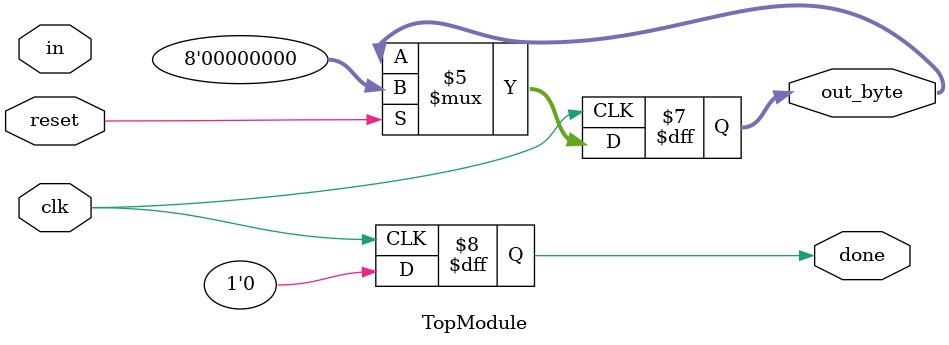
<source format=sv>

module TopModule (
  input clk,
  input in,
  input reset,
  output [7:0] out_byte,
  output done
);
always @(posedge clk) begin
    if (reset) begin
        out_byte <= 8'b0;
        done <= 1'b0;
    end else begin
        done <= 1'b0;
    end
end

endmodule

</source>
